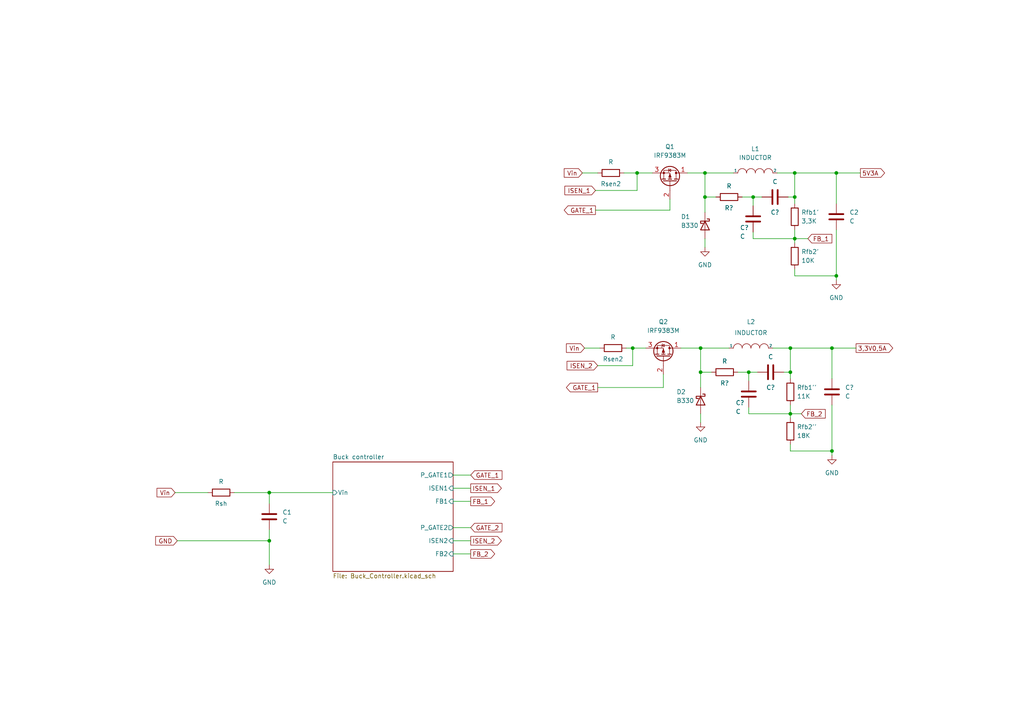
<source format=kicad_sch>
(kicad_sch (version 20211123) (generator eeschema)
  (paper "A4")
  (title_block (title "Template") (date "2022-04-19") (rev "V0") (company "E-Agle TRT"))
  (lib_symbols
    (symbol "Device:C" (pin_numbers hide) (pin_names (offset 0.254))
      (property "Reference" "C" (at 0.635 2.54 0))
      (property "Value" "C" (at 0.635 -2.54 0))
      (symbol "C_0_1"
        (polyline (pts (xy -2.032 -0.762) (xy 2.032 -0.762)) (stroke (width 0.508)))
        (polyline (pts (xy -2.032 0.762) (xy 2.032 0.762)) (stroke (width 0.508)))
      )
      (symbol "C_1_1"
        (pin passive line (at 0 3.81 270) (length 2.794) (name "~") (number "1"))
        (pin passive line (at 0 -3.81 90) (length 2.794) (name "~") (number "2"))
      )
    )
    (symbol "Device:R" (pin_numbers hide) (pin_names (offset 0))
      (property "Reference" "R" (at 2.032 0 90))
      (property "Value" "R" (at 0 0 90))
      (symbol "R_0_1"
        (rectangle (start -1.016 -2.54) (end 1.016 2.54) (stroke (width 0.254)))
      )
      (symbol "R_1_1"
        (pin passive line (at 0 3.81 270) (length 1.27) (name "~") (number "1"))
        (pin passive line (at 0 -3.81 90) (length 1.27) (name "~") (number "2"))
      )
    )
    (symbol "Diode:B330" (pin_numbers hide) (pin_names (offset 1.016) hide)
      (property "Reference" "D" (at 0 2.54 0))
      (property "Value" "B330" (at 0 -2.54 0))
      (symbol "B330_0_1"
        (polyline (pts (xy 1.27 0) (xy -1.27 0)))
        (polyline (pts (xy 1.27 1.27) (xy 1.27 -1.27) (xy -1.27 0) (xy 1.27 1.27)) (stroke (width 0.254)))
        (polyline (pts (xy -1.905 0.635) (xy -1.905 1.27) (xy -1.27 1.27) (xy -1.27 -1.27) (xy -0.635 -1.27) (xy -0.635 -0.635)) (stroke (width 0.254)))
      )
      (symbol "B330_1_1"
        (pin passive line (at -3.81 0 0) (length 2.54) (name "K") (number "1"))
        (pin passive line (at 3.81 0 180) (length 2.54) (name "A") (number "2"))
      )
    )
    (symbol "Transistor_FET:IRF9383M" (pin_names hide)
      (property "Reference" "Q" (at 5.08 1.905 0))
      (property "Value" "IRF9383M" (at 5.08 0 0))
      (symbol "IRF9383M_0_1"
        (polyline (pts (xy 0.254 0) (xy -2.54 0)))
        (polyline (pts (xy 0.254 1.905) (xy 0.254 -1.905)) (stroke (width 0.254)))
        (polyline (pts (xy 0.762 -1.27) (xy 0.762 -2.286)) (stroke (width 0.254)))
        (polyline (pts (xy 0.762 0.508) (xy 0.762 -0.508)) (stroke (width 0.254)))
        (polyline (pts (xy 0.762 2.286) (xy 0.762 1.27)) (stroke (width 0.254)))
        (polyline (pts (xy 2.54 2.54) (xy 2.54 1.778)))
        (polyline (pts (xy 2.54 -2.54) (xy 2.54 0) (xy 0.762 0)))
        (polyline (pts (xy 0.762 1.778) (xy 3.302 1.778) (xy 3.302 -1.778) (xy 0.762 -1.778)))
        (polyline (pts (xy 2.286 0) (xy 1.27 0.381) (xy 1.27 -0.381) (xy 2.286 0)) (fill (type outline)))
        (polyline (pts (xy 2.794 -0.508) (xy 2.921 -0.381) (xy 3.683 -0.381) (xy 3.81 -0.254)))
        (polyline (pts (xy 3.302 -0.381) (xy 2.921 0.254) (xy 3.683 0.254) (xy 3.302 -0.381)))
        (circle (center 1.651 0) (radius 2.794) (stroke (width 0.254)))
        (circle (center 2.54 -1.778) (radius 0.254) (fill (type outline)))
        (circle (center 2.54 1.778) (radius 0.254) (fill (type outline)))
      )
      (symbol "IRF9383M_1_1"
        (pin passive line (at 2.54 5.08 270) (length 2.54) (name "D") (number "1"))
        (pin input line (at -5.08 0 0) (length 2.54) (name "G") (number "2"))
        (pin passive line (at 2.54 -5.08 90) (length 2.54) (name "S") (number "3"))
      )
    )
    (symbol "power:GND" (power) (pin_names (offset 0))
      (property "Value" "GND" (at 0 -3.81 0))
      (symbol "GND_0_1"
        (polyline (pts (xy 0 0) (xy 0 -1.27) (xy 1.27 -1.27) (xy 0 -2.54) (xy -1.27 -1.27) (xy 0 -1.27)))
      )
      (symbol "GND_1_1"
        (pin power_in line (at 0 0 270) (length 0) hide (name "GND") (number "1"))
      )
    )
    (symbol "pspice:INDUCTOR" (pin_numbers hide) (pin_names (offset 0))
      (property "Reference" "L" (at 0 2.54 0))
      (property "Value" "INDUCTOR" (at 0 -1.27 0))
      (symbol "INDUCTOR_0_1"
        (arc (start -2.54 0) (mid -3.81 1.27) (end -5.08 0))
        (arc (start 0 0) (mid -1.27 1.27) (end -2.54 0))
        (arc (start 2.54 0) (mid 1.27 1.27) (end 0 0))
        (arc (start 5.08 0) (mid 3.81 1.27) (end 2.54 0))
      )
      (symbol "INDUCTOR_1_1"
        (pin input line (at -6.35 0 0) (length 1.27) (name "1") (number "1"))
        (pin input line (at 6.35 0 180) (length 1.27) (name "2") (number "2"))
      )
    )
  )
  (junction (at 241.3 130.81))
  (junction (at 230.505 69.215))
  (junction (at 78.105 156.845))
  (junction (at 229.235 120.015))
  (junction (at 242.57 80.01))
  (junction (at 204.47 57.15))
  (junction (at 78.105 142.875))
  (junction (at 203.2 100.965))
  (junction (at 218.44 57.15))
  (junction (at 184.785 50.165))
  (junction (at 229.235 100.965))
  (junction (at 217.17 107.95))
  (junction (at 229.235 107.95))
  (junction (at 203.2 107.95))
  (junction (at 230.505 57.15))
  (junction (at 230.505 50.165))
  (junction (at 183.515 100.965))
  (junction (at 241.3 100.965))
  (junction (at 204.47 50.165))
  (junction (at 242.57 50.165))
  (wire (pts (xy 241.3 117.475) (xy 241.3 130.81)))
  (wire (pts (xy 51.435 156.845) (xy 78.105 156.845)))
  (wire (pts (xy 242.57 50.165) (xy 242.57 59.055)))
  (wire (pts (xy 131.445 141.605) (xy 136.525 141.605)))
  (wire (pts (xy 180.975 50.165) (xy 184.785 50.165)))
  (wire (pts (xy 212.725 50.165) (xy 204.47 50.165)))
  (wire (pts (xy 131.445 137.795) (xy 136.525 137.795)))
  (wire (pts (xy 131.445 153.035) (xy 136.525 153.035)))
  (wire (pts (xy 229.235 120.015) (xy 229.235 121.285)))
  (wire (pts (xy 204.47 69.215) (xy 204.47 71.755)))
  (wire (pts (xy 229.235 100.965) (xy 241.3 100.965)))
  (wire (pts (xy 192.405 112.395) (xy 192.405 108.585)))
  (wire (pts (xy 184.785 50.165) (xy 189.23 50.165)))
  (wire (pts (xy 203.2 100.965) (xy 203.2 107.95)))
  (wire (pts (xy 131.445 156.845) (xy 136.525 156.845)))
  (wire (pts (xy 181.61 100.965) (xy 183.515 100.965)))
  (wire (pts (xy 217.17 120.015) (xy 229.235 120.015)))
  (wire (pts (xy 78.105 153.67) (xy 78.105 156.845)))
  (wire (pts (xy 242.57 50.165) (xy 249.555 50.165)))
  (wire (pts (xy 173.355 106.045) (xy 183.515 106.045)))
  (wire (pts (xy 204.47 57.15) (xy 204.47 61.595)))
  (wire (pts (xy 204.47 57.15) (xy 207.645 57.15)))
  (wire (pts (xy 229.235 107.95) (xy 229.235 109.855)))
  (wire (pts (xy 241.3 100.965) (xy 248.285 100.965)))
  (wire (pts (xy 183.515 106.045) (xy 183.515 100.965)))
  (wire (pts (xy 242.57 66.675) (xy 242.57 80.01)))
  (wire (pts (xy 218.44 57.15) (xy 218.44 59.69)))
  (wire (pts (xy 203.2 120.015) (xy 203.2 122.555)))
  (wire (pts (xy 230.505 69.215) (xy 230.505 70.485)))
  (wire (pts (xy 217.17 107.95) (xy 217.17 110.49)))
  (wire (pts (xy 168.91 50.165) (xy 173.355 50.165)))
  (wire (pts (xy 203.2 107.95) (xy 203.2 112.395)))
  (wire (pts (xy 217.17 107.95) (xy 219.71 107.95)))
  (wire (pts (xy 242.57 80.01) (xy 242.57 81.28)))
  (wire (pts (xy 230.505 80.01) (xy 242.57 80.01)))
  (wire (pts (xy 194.31 57.785) (xy 194.31 60.96)))
  (wire (pts (xy 184.785 55.245) (xy 184.785 50.165)))
  (wire (pts (xy 78.105 142.875) (xy 96.52 142.875)))
  (wire (pts (xy 241.3 100.965) (xy 241.3 109.855)))
  (wire (pts (xy 218.44 69.215) (xy 230.505 69.215)))
  (wire (pts (xy 230.505 50.165) (xy 225.425 50.165)))
  (wire (pts (xy 218.44 57.15) (xy 220.98 57.15)))
  (wire (pts (xy 230.505 50.165) (xy 242.57 50.165)))
  (wire (pts (xy 227.33 107.95) (xy 229.235 107.95)))
  (wire (pts (xy 78.105 156.845) (xy 78.105 163.83)))
  (wire (pts (xy 229.235 100.965) (xy 224.155 100.965)))
  (wire (pts (xy 217.17 118.11) (xy 217.17 120.015)))
  (wire (pts (xy 229.235 100.965) (xy 229.235 107.95)))
  (wire (pts (xy 172.72 60.96) (xy 194.31 60.96)))
  (wire (pts (xy 230.505 50.165) (xy 230.505 57.15)))
  (wire (pts (xy 67.945 142.875) (xy 78.105 142.875)))
  (wire (pts (xy 229.235 128.905) (xy 229.235 130.81)))
  (wire (pts (xy 211.455 100.965) (xy 203.2 100.965)))
  (wire (pts (xy 229.235 130.81) (xy 241.3 130.81)))
  (wire (pts (xy 230.505 66.675) (xy 230.505 69.215)))
  (wire (pts (xy 169.545 100.965) (xy 173.99 100.965)))
  (wire (pts (xy 50.8 142.875) (xy 60.325 142.875)))
  (wire (pts (xy 230.505 57.15) (xy 230.505 59.055)))
  (wire (pts (xy 230.505 78.105) (xy 230.505 80.01)))
  (wire (pts (xy 203.2 107.95) (xy 206.375 107.95)))
  (wire (pts (xy 241.3 130.81) (xy 241.3 132.08)))
  (wire (pts (xy 197.485 100.965) (xy 203.2 100.965)))
  (wire (pts (xy 131.445 145.415) (xy 136.525 145.415)))
  (wire (pts (xy 215.265 57.15) (xy 218.44 57.15)))
  (wire (pts (xy 131.445 160.655) (xy 136.525 160.655)))
  (wire (pts (xy 78.105 142.875) (xy 78.105 146.05)))
  (wire (pts (xy 173.355 112.395) (xy 192.405 112.395)))
  (wire (pts (xy 199.39 50.165) (xy 204.47 50.165)))
  (wire (pts (xy 204.47 50.165) (xy 204.47 57.15)))
  (wire (pts (xy 229.235 117.475) (xy 229.235 120.015)))
  (wire (pts (xy 218.44 67.31) (xy 218.44 69.215)))
  (wire (pts (xy 232.41 120.015) (xy 229.235 120.015)))
  (wire (pts (xy 213.995 107.95) (xy 217.17 107.95)))
  (wire (pts (xy 234.315 69.215) (xy 230.505 69.215)))
  (wire (pts (xy 172.72 55.245) (xy 184.785 55.245)))
  (wire (pts (xy 183.515 100.965) (xy 187.325 100.965)))
  (wire (pts (xy 228.6 57.15) (xy 230.505 57.15)))
  (global_label "Vin" (shape input) (at 168.91 50.165 180) (property "Intersheet References" "${INTERSHEET_REFS}" (effects hide)))
  (global_label "FB_2" (shape input) (at 232.41 120.015 0) (property "Intersheet References" "${INTERSHEET_REFS}" (effects hide)))
  (global_label "GATE_1" (shape input) (at 136.525 137.795 0) (property "Intersheet References" "${INTERSHEET_REFS}" (effects hide)))
  (global_label "FB_1" (shape output) (at 136.525 145.415 0) (property "Intersheet References" "${INTERSHEET_REFS}" (effects hide)))
  (global_label "GATE_2" (shape input) (at 136.525 153.035 0) (property "Intersheet References" "${INTERSHEET_REFS}" (effects hide)))
  (global_label "GATE_1" (shape output) (at 173.355 112.395 180) (property "Intersheet References" "${INTERSHEET_REFS}" (effects hide)))
  (global_label "ISEN_2" (shape input) (at 173.355 106.045 180) (property "Intersheet References" "${INTERSHEET_REFS}" (effects hide)))
  (global_label "GND" (shape input) (at 51.435 156.845 180) (property "Intersheet References" "${INTERSHEET_REFS}" (effects hide)))
  (global_label "5V3A" (shape output) (at 249.555 50.165 0) (property "Intersheet References" "${INTERSHEET_REFS}" (effects hide)))
  (global_label "ISEN_2" (shape output) (at 136.525 156.845 0) (property "Intersheet References" "${INTERSHEET_REFS}" (effects hide)))
  (global_label "FB_2" (shape output) (at 136.525 160.655 0) (property "Intersheet References" "${INTERSHEET_REFS}" (effects hide)))
  (global_label "Vin" (shape input) (at 50.8 142.875 180) (property "Intersheet References" "${INTERSHEET_REFS}" (effects hide)))
  (global_label "ISEN_1" (shape input) (at 172.72 55.245 180) (property "Intersheet References" "${INTERSHEET_REFS}" (effects hide)))
  (global_label "GATE_1" (shape output) (at 172.72 60.96 180) (property "Intersheet References" "${INTERSHEET_REFS}" (effects hide)))
  (global_label "3,3V0,5A" (shape output) (at 248.285 100.965 0) (property "Intersheet References" "${INTERSHEET_REFS}" (effects hide)))
  (global_label "Vin" (shape input) (at 169.545 100.965 180) (property "Intersheet References" "${INTERSHEET_REFS}" (effects hide)))
  (global_label "ISEN_1" (shape output) (at 136.525 141.605 0) (property "Intersheet References" "${INTERSHEET_REFS}" (effects hide)))
  (global_label "FB_1" (shape input) (at 234.315 69.215 0) (property "Intersheet References" "${INTERSHEET_REFS}" (effects hide)))
  (symbol (lib_id "power:GND") (at 204.47 71.755 0) (unit 1)
    (property "Reference" "#PWR?" (effects hide))
    (property "Value" "GND" (at 204.47 76.835 0))
  )
  (symbol (lib_id "pspice:INDUCTOR") (at 217.805 100.965 0) (unit 1)
    (property "Reference" "L2" (at 217.805 93.345 0))
    (property "Value" "INDUCTOR" (at 217.805 96.52 0))
  )
  (symbol (lib_id "Device:R") (at 211.455 57.15 90) (unit 1)
    (property "Reference" "R?" (at 211.455 60.325 90))
    (property "Value" "R" (at 211.455 53.975 90))
  )
  (symbol (lib_id "Device:C") (at 242.57 62.865 0) (unit 1)
    (property "Reference" "C2" (at 246.38 61.5949 0) (effects (justify left)))
    (property "Value" "C" (at 246.38 64.1349 0) (effects (justify left)))
  )
  (symbol (lib_id "Device:R") (at 229.235 125.095 0) (unit 1)
    (property "Reference" "Rfb2''" (at 231.14 123.8249 0) (effects (justify left)))
    (property "Value" "18K" (at 231.14 126.3649 0) (effects (justify left)))
    (property "Footprint" "Resistor_SMD:R_1210_3225Metric" (effects hide))
  )
  (symbol (lib_id "Device:C") (at 224.79 57.15 90) (unit 1)
    (property "Reference" "C?" (at 224.79 61.595 90))
    (property "Value" "C" (at 224.79 52.705 90))
  )
  (symbol (lib_id "Transistor_FET:IRF9383M") (at 194.31 52.705 270) (mirror x) (unit 1)
    (property "Reference" "Q1" (at 194.31 42.545 90))
    (property "Value" "IRF9383M" (at 194.31 45.085 90))
    (property "Footprint" "Package_DirectFET:DirectFET_MX" (effects hide))
    (property "Datasheet" "https://www.infineon.com/dgdl/irf9383mpbf.pdf?fileId=5546d462533600a40153561169a11dab" (effects hide))
  )
  (symbol (lib_id "Device:R") (at 177.165 50.165 90) (unit 1)
    (property "Reference" "Rsen2" (at 177.165 53.34 90))
    (property "Value" "R" (at 177.165 46.99 90))
  )
  (symbol (lib_id "Diode:B330") (at 203.2 116.205 270) (unit 1)
    (property "Reference" "D2" (at 196.215 113.665 90) (effects (justify left)))
    (property "Value" "B330" (at 196.215 116.205 90) (effects (justify left)))
    (property "Footprint" "Diode_SMD:D_SMC" (effects hide))
    (property "Datasheet" "http://www.jameco.com/Jameco/Products/ProdDS/1538777.pdf" (effects hide))
  )
  (symbol (lib_id "Device:R") (at 64.135 142.875 90) (unit 1)
    (property "Reference" "Rsh" (at 64.135 146.05 90))
    (property "Value" "R" (at 64.135 139.7 90))
  )
  (symbol (lib_id "power:GND") (at 242.57 81.28 0) (unit 1)
    (property "Reference" "#PWR?" (effects hide))
    (property "Value" "GND" (at 242.57 86.36 0))
  )
  (symbol (lib_id "Device:C") (at 223.52 107.95 90) (unit 1)
    (property "Reference" "C?" (at 223.52 112.395 90))
    (property "Value" "C" (at 223.52 103.505 90))
  )
  (symbol (lib_id "power:GND") (at 78.105 163.83 0) (unit 1)
    (property "Reference" "#PWR?" (effects hide))
    (property "Value" "GND" (at 78.105 168.91 0))
  )
  (symbol (lib_id "Device:C") (at 241.3 113.665 0) (unit 1)
    (property "Reference" "C?" (at 245.11 112.3949 0) (effects (justify left)))
    (property "Value" "C" (at 245.11 114.9349 0) (effects (justify left)))
  )
  (symbol (lib_id "Device:C") (at 218.44 63.5 0) (unit 1)
    (property "Reference" "C?" (at 214.63 66.04 0) (effects (justify left)))
    (property "Value" "C" (at 214.63 68.58 0) (effects (justify left)))
  )
  (symbol (lib_id "power:GND") (at 203.2 122.555 0) (unit 1)
    (property "Reference" "#PWR?" (effects hide))
    (property "Value" "GND" (at 203.2 127.635 0))
  )
  (symbol (lib_id "Device:R") (at 230.505 62.865 0) (unit 1)
    (property "Reference" "Rfb1'" (at 232.41 61.5949 0) (effects (justify left)))
    (property "Value" "3,3K" (at 232.41 64.1349 0) (effects (justify left)))
    (property "Footprint" "Resistor_SMD:R_1210_3225Metric" (effects hide))
  )
  (symbol (lib_id "Device:C") (at 217.17 114.3 0) (unit 1)
    (property "Reference" "C?" (at 213.36 116.84 0) (effects (justify left)))
    (property "Value" "C" (at 213.36 119.38 0) (effects (justify left)))
  )
  (symbol (lib_id "Device:R") (at 177.8 100.965 90) (unit 1)
    (property "Reference" "Rsen2" (at 177.8 104.14 90))
    (property "Value" "R" (at 177.8 97.79 90))
  )
  (symbol (lib_id "Device:C") (at 78.105 149.86 0) (unit 1)
    (property "Reference" "C1" (at 81.915 148.5899 0) (effects (justify left)))
    (property "Value" "C" (at 81.915 151.1299 0) (effects (justify left)))
  )
  (symbol (lib_id "Diode:B330") (at 204.47 65.405 270) (unit 1)
    (property "Reference" "D1" (at 197.485 62.865 90) (effects (justify left)))
    (property "Value" "B330" (at 197.485 65.405 90) (effects (justify left)))
    (property "Footprint" "Diode_SMD:D_SMC" (effects hide))
    (property "Datasheet" "http://www.jameco.com/Jameco/Products/ProdDS/1538777.pdf" (effects hide))
  )
  (symbol (lib_id "Device:R") (at 230.505 74.295 0) (unit 1)
    (property "Reference" "Rfb2'" (at 232.41 73.0249 0) (effects (justify left)))
    (property "Value" "10K" (at 232.41 75.5649 0) (effects (justify left)))
    (property "Footprint" "Resistor_SMD:R_1210_3225Metric" (effects hide))
  )
  (symbol (lib_id "Device:R") (at 229.235 113.665 0) (unit 1)
    (property "Reference" "Rfb1''" (at 231.14 112.3949 0) (effects (justify left)))
    (property "Value" "11K" (at 231.14 114.9349 0) (effects (justify left)))
    (property "Footprint" "Resistor_SMD:R_1210_3225Metric" (effects hide))
  )
  (symbol (lib_id "pspice:INDUCTOR") (at 219.075 50.165 0) (unit 1)
    (property "Reference" "L1" (at 219.075 43.18 0))
    (property "Value" "INDUCTOR" (at 219.075 45.72 0))
  )
  (symbol (lib_id "Device:R") (at 210.185 107.95 90) (unit 1)
    (property "Reference" "R?" (at 210.185 111.125 90))
    (property "Value" "R" (at 210.185 104.775 90))
  )
  (symbol (lib_id "power:GND") (at 241.3 132.08 0) (unit 1)
    (property "Reference" "#PWR?" (effects hide))
    (property "Value" "GND" (at 241.3 137.16 0))
  )
  (symbol (lib_id "Transistor_FET:IRF9383M") (at 192.405 103.505 270) (mirror x) (unit 1)
    (property "Reference" "Q2" (at 192.405 93.345 90))
    (property "Value" "IRF9383M" (at 192.405 95.885 90))
    (property "Footprint" "Package_DirectFET:DirectFET_MX" (effects hide))
    (property "Datasheet" "https://www.infineon.com/dgdl/irf9383mpbf.pdf?fileId=5546d462533600a40153561169a11dab" (effects hide))
  )
  (sheet (at 96.52 133.985) (size 34.925 31.75) (stroke (width 0.1524))
    (property "Sheet name" "Buck controller" (at 96.52 133.2734 0) (effects (justify left bottom)))
    (property "Sheet file" "Buck_Controller.kicad_sch" (at 96.52 166.3196 0) (effects (justify left top)))
    (pin "Vin" input (at 96.52 142.875 180))
    (pin "P_GATE1" output (at 131.445 137.795 0))
    (pin "ISEN1" input (at 131.445 141.605 0))
    (pin "FB1" input (at 131.445 145.415 0))
    (pin "P_GATE2" output (at 131.445 153.035 0))
    (pin "ISEN2" input (at 131.445 156.845 0))
    (pin "FB2" input (at 131.445 160.655 0))
  )
)
</source>
